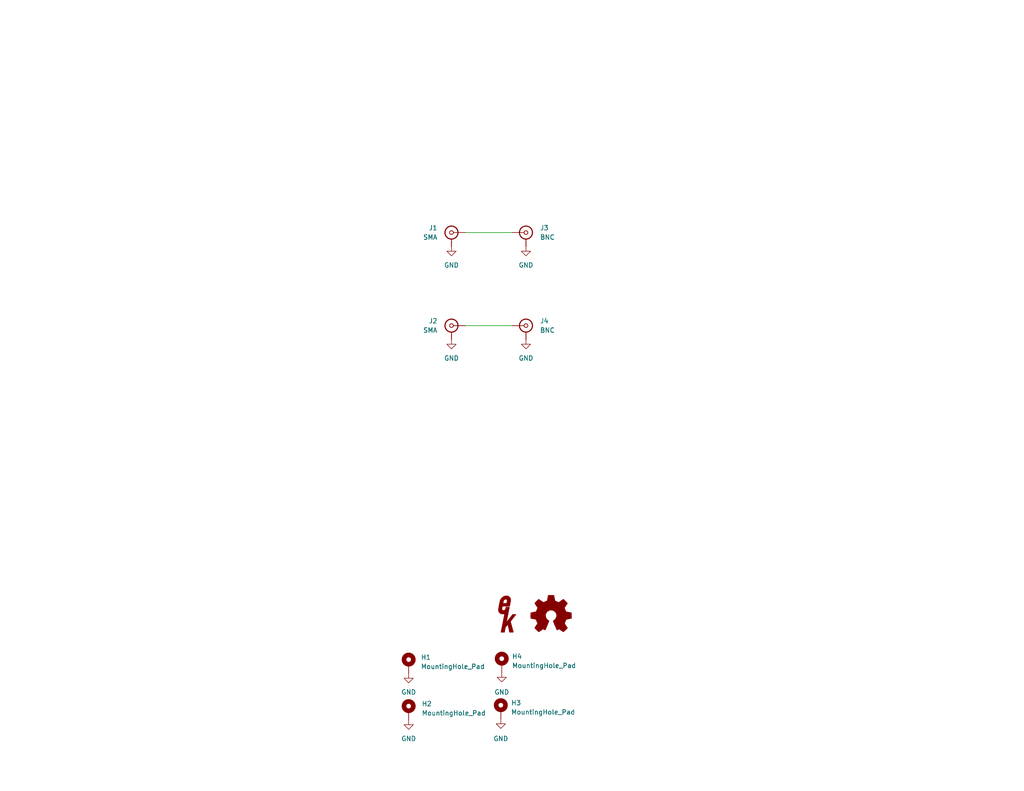
<source format=kicad_sch>
(kicad_sch (version 20230121) (generator eeschema)
  (paper "USLetter")
  (title_block (title "Project Yamhill BNC Antenna Board") (date "2023-12-20") (rev "A") (company "Etherkit"))
  (lib_symbols
    (symbol "EtherkitKicadLibrary:BNC" (pin_numbers hide) (pin_names (offset 1.016) hide)
      (property "Reference" "J" (at 0 4.572 0))
      (property "Value" "BNC" (at 0 2.794 0))
      (symbol "BNC_0_1"
        (circle (center 0 0) (radius 0.508) (stroke (width 0.2032)))
        (circle (center 0 0) (radius 1.778) (stroke (width 0.3048)))
      )
      (symbol "BNC_1_1"
        (pin passive line (at -3.81 0 0) (length 3.302) (name "In") (number "1"))
        (pin passive line (at 0 -3.81 90) (length 1.905) (name "Ext") (number "2"))
      )
    )
    (symbol "EtherkitKicadLibrary:LOGO" (pin_names (offset 1.016))
      (symbol "LOGO_0_0"
        (polyline (pts (xy -0.7475 -4.875) (xy -0.7392 -4.83) (xy -0.7178 -4.7189) (xy -0.6879 -4.5659) (xy -0.6523 -4.3851) (xy -0.6135 -4.1903) (xy -0.5018 -3.6307) (xy -0.197 -3.2903) (xy -0.1646 -3.2542) (xy -0.0551 -3.1338) (xy 0.0366 -3.0352) (xy 0.1017 -2.9677) (xy 0.1315 -2.9408) (xy 0.1365 -2.9489) (xy 0.155 -3.0102) (xy 0.1838 -3.125) (xy 0.2211 -3.2856) (xy 0.2651 -3.4844) (xy 0.3142 -3.7137) (xy 0.3664 -3.9658) (xy 0.5778 -5) (xy 1.1222 -5) (xy 1.2378 -4.9996) (xy 1.4316 -4.9961) (xy 1.5649 -4.989) (xy 1.6419 -4.9777) (xy 1.6666 -4.9622) (xy 1.663 -4.9437) (xy 1.6438 -4.8666) (xy 1.6098 -4.7364) (xy 1.5628 -4.5598) (xy 1.5046 -4.3435) (xy 1.437 -4.0944) (xy 1.3618 -3.8192) (xy 1.2809 -3.5246) (xy 1.2287 -3.3348) (xy 1.1509 -3.0506) (xy 1.0799 -2.7894) (xy 1.0175 -2.5581) (xy 0.9656 -2.3637) (xy 0.926 -2.2129) (xy 0.9005 -2.1127) (xy 0.891 -2.0698) (xy 0.9054 -2.0396) (xy 0.9573 -1.9618) (xy 1.0423 -1.844) (xy 1.1559 -1.6925) (xy 1.2932 -1.5137) (xy 1.4495 -1.3137) (xy 1.6201 -1.099) (xy 1.7685 -0.9135) (xy 1.9293 -0.7119) (xy 2.0731 -0.5312) (xy 2.1948 -0.3776) (xy 2.2896 -0.2573) (xy 2.3525 -0.1766) (xy 2.3786 -0.1416) (xy 2.3787 -0.1415) (xy 2.3748 -0.1247) (xy 2.3346 -0.1129) (xy 2.2506 -0.1052) (xy 2.1151 -0.1012) (xy 1.9205 -0.1) (xy 1.4372 -0.1) (xy 0.6284 -1.132) (xy 0.5759 -1.1989) (xy 0.4011 -1.4209) (xy 0.2406 -1.6235) (xy 0.0987 -1.8012) (xy -0.02 -1.9484) (xy -0.1111 -2.0596) (xy -0.1701 -2.1292) (xy -0.1926 -2.1518) (xy -0.1923 -2.147) (xy -0.1832 -2.0918) (xy -0.1629 -1.9807) (xy -0.1327 -1.8203) (xy -0.0939 -1.6176) (xy -0.048 -1.3794) (xy 0.0038 -1.1127) (xy 0.0601 -0.8241) (xy 0.1194 -0.5207) (xy 0.1806 -0.2092) (xy 0.2422 0.1034) (xy 0.303 0.4104) (xy 0.3614 0.7049) (xy 0.4163 0.98) (xy 0.4662 1.2289) (xy 0.5098 1.4447) (xy 0.5457 1.6206) (xy 0.5727 1.7496) (xy 0.5893 1.825) (xy 0.6072 1.9) (xy 0.1073 1.9) (xy -0.3925 1.9) (xy -0.4342 1.675) (xy -0.499 1.4316) (xy -0.6002 1.2291) (xy -0.7342 1.0838) (xy -0.9006 0.9961) (xy -1.0987 0.9667) (xy -1.1609 0.974) (xy -1.2874 1.0299) (xy -1.3917 1.1269) (xy -1.4526 1.2482) (xy -1.4564 1.2857) (xy -1.4504 1.3934) (xy -1.4298 1.5453) (xy -1.3961 1.7283) (xy -1.3167 2.1167) (xy -0.3327 2.1255) (xy 0.6514 2.1344) (xy 0.7958 2.8849) (xy 0.8025 2.9198) (xy 0.8589 3.2262) (xy 0.8991 3.4782) (xy 0.9233 3.6852) (xy 0.9317 3.8567) (xy 0.9241 4.0019) (xy 0.9007 4.1304) (xy 0.8616 4.2514) (xy 0.8069 4.3744) (xy 0.7638 4.4545) (xy 0.6047 4.6644) (xy 0.4032 4.823) (xy 0.1589 4.9308) (xy -0.1287 4.9878) (xy -0.1579 4.9905) (xy -0.4377 4.9806) (xy -0.7232 4.9128) (xy -1.0046 4.7932) (xy -1.272 4.6277) (xy -1.5155 4.4223) (xy -1.7252 4.183) (xy -1.8913 3.9159) (xy -1.9165 3.8634) (xy -1.9482 3.787) (xy -1.9792 3.6966) (xy -2.0114 3.5851) (xy -2.0466 3.4449) (xy -2.0866 3.2687) (xy -2.1333 3.049) (xy -2.1498 2.968) (xy -1.1571 2.968) (xy -1.1549 2.9908) (xy -1.1525 2.9998) (xy -1.1352 3.0719) (xy -1.1099 3.1842) (xy -1.0812 3.3167) (xy -1.0754 3.3437) (xy -1.0195 3.5554) (xy -0.9547 3.7135) (xy -0.875 3.8295) (xy -0.7744 3.9152) (xy -0.6845 3.9662) (xy -0.5192 4.019) (xy -0.3652 4.0182) (xy -0.2331 3.9646) (xy -0.1335 3.8592) (xy -0.1289 3.8513) (xy -0.0862 3.7421) (xy -0.0719 3.6042) (xy -0.086 3.427) (xy -0.1282 3.2) (xy -0.1834 2.95) (xy -0.6776 2.9408) (xy -0.721 2.94) (xy -0.8996 2.9375) (xy -1.023 2.938) (xy -1.1007 2.9426) (xy -1.1422 2.9523) (xy -1.1571 2.968) (xy -2.1498 2.968) (xy -2.1885 2.7786) (xy -2.254 2.45) (xy -2.2784 2.3256) (xy -2.3436 1.9784) (xy -2.393 1.6859) (xy -2.4271 1.4409) (xy -2.4464 1.2359) (xy -2.4514 1.0636) (xy -2.4429 0.9165) (xy -2.4212 0.7874) (xy -2.3869 0.6687) (xy -2.3194 0.5275) (xy -2.1842 0.3503) (xy -2.0088 0.1938) (xy -1.8079 0.073) (xy -1.7593 0.0508) (xy -1.6803 0.0201) (xy -1.6007 0.0004) (xy -1.504 -0.0106) (xy -1.3737 -0.0155) (xy -1.1932 -0.0166) (xy -1.0296 -0.017) (xy -0.908 -0.0195) (xy -0.8331 -0.0256) (xy -0.7946 -0.0372) (xy -0.7822 -0.0558) (xy -0.7855 -0.0833) (xy -0.7943 -0.1252) (xy -0.8147 -0.2255) (xy -0.8455 -0.3779) (xy -0.8854 -0.5764) (xy -0.9333 -0.8146) (xy -0.9878 -1.0864) (xy -1.0478 -1.3857) (xy -1.112 -1.7062) (xy -1.1792 -2.0418) (xy -1.2481 -2.3862) (xy -1.3175 -2.7333) (xy -1.3861 -3.0769) (xy -1.4528 -3.4108) (xy -1.5163 -3.7289) (xy -1.5753 -4.0248) (xy -1.6286 -4.2926) (xy -1.675 -4.5259) (xy -1.7133 -4.7185) (xy -1.7422 -4.8644) (xy -1.7604 -4.9573) (xy -1.7667 -4.991) (xy -1.7588 -4.9926) (xy -1.6988 -4.9955) (xy -1.5893 -4.9978) (xy -1.442 -4.9994) (xy -1.2682 -5) (xy -0.7697 -5) (xy -0.7475 -4.875)) (stroke (width 0.01)) (fill (type outline)))
      )
    )
    (symbol "Graphic:Logo_Open_Hardware_Small" (in_bom no) (on_board no)
      (symbol "Logo_Open_Hardware_Small_0_1"
        (polyline (pts (xy 3.3528 -4.3434) (xy 3.302 -4.318) (xy 3.175 -4.2418) (xy 2.9972 -4.1148) (xy 2.7686 -3.9624) (xy 2.54 -3.81) (xy 2.3622 -3.7084) (xy 2.2352 -3.6068) (xy 2.1844 -3.5814) (xy 2.159 -3.6068) (xy 2.0574 -3.6576) (xy 1.905 -3.7338) (xy 1.8034 -3.7846) (xy 1.6764 -3.8354) (xy 1.6002 -3.8354) (xy 1.6002 -3.8354) (xy 1.5494 -3.7338) (xy 1.4732 -3.5306) (xy 1.3462 -3.302) (xy 1.2446 -3.0226) (xy 1.1176 -2.7178) (xy 0.9652 -2.413) (xy 0.8636 -2.1082) (xy 0.7366 -1.8288) (xy 0.6604 -1.6256) (xy 0.6096 -1.4732) (xy 0.5842 -1.397) (xy 0.5842 -1.397) (xy 0.6604 -1.3208) (xy 0.7874 -1.2446) (xy 1.0414 -1.016) (xy 1.2954 -0.6858) (xy 1.4478 -0.3302) (xy 1.524 0.0762) (xy 1.4732 0.4572) (xy 1.3208 0.8128) (xy 1.0668 1.143) (xy 0.762 1.3716) (xy 0.4064 1.524) (xy 0 1.5748) (xy -0.381 1.5494) (xy -0.7366 1.397) (xy -1.0668 1.143) (xy -1.2192 0.9906) (xy -1.397 0.6604) (xy -1.524 0.3048) (xy -1.524 0.2286) (xy -1.4986 -0.1778) (xy -1.397 -0.5334) (xy -1.1938 -0.8636) (xy -0.9144 -1.143) (xy -0.8636 -1.1684) (xy -0.7366 -1.27) (xy -0.635 -1.3462) (xy -0.5842 -1.397) (xy -1.0668 -2.5908) (xy -1.143 -2.794) (xy -1.2954 -3.1242) (xy -1.397 -3.4036) (xy -1.4986 -3.6322) (xy -1.5748 -3.7846) (xy -1.6002 -3.8354) (xy -1.6002 -3.8354) (xy -1.651 -3.8354) (xy -1.7272 -3.81) (xy -1.905 -3.7338) (xy -2.0066 -3.683) (xy -2.1336 -3.6068) (xy -2.2098 -3.5814) (xy -2.2606 -3.6068) (xy -2.3622 -3.683) (xy -2.54 -3.81) (xy -2.7686 -3.9624) (xy -2.9718 -4.0894) (xy -3.1496 -4.2164) (xy -3.302 -4.318) (xy -3.3528 -4.3434) (xy -3.3782 -4.3434) (xy -3.429 -4.318) (xy -3.5306 -4.2164) (xy -3.7084 -4.064) (xy -3.937 -3.8354) (xy -3.9624 -3.81) (xy -4.1656 -3.6068) (xy -4.318 -3.4544) (xy -4.4196 -3.3274) (xy -4.445 -3.2766) (xy -4.445 -3.2766) (xy -4.4196 -3.2258) (xy -4.318 -3.0734) (xy -4.2164 -2.8956) (xy -4.064 -2.667) (xy -3.6576 -2.0828) (xy -3.8862 -1.5494) (xy -3.937 -1.3716) (xy -4.0386 -1.1684) (xy -4.0894 -1.0414) (xy -4.1148 -0.9652) (xy -4.191 -0.9398) (xy -4.318 -0.9144) (xy -4.5466 -0.8636) (xy -4.8006 -0.8128) (xy -5.0546 -0.7874) (xy -5.2578 -0.7366) (xy -5.4356 -0.7112) (xy -5.5118 -0.6858) (xy -5.5118 -0.6858) (xy -5.5372 -0.635) (xy -5.5372 -0.5588) (xy -5.5372 -0.4318) (xy -5.5626 -0.2286) (xy -5.5626 0.0762) (xy -5.5626 0.127) (xy -5.5372 0.4064) (xy -5.5372 0.635) (xy -5.5372 0.762) (xy -5.5372 0.8382) (xy -5.5372 0.8382) (xy -5.461 0.8382) (xy -5.3086 0.889) (xy -5.08 0.9144) (xy -4.826 0.9652) (xy -4.8006 0.9906) (xy -4.5466 1.0414) (xy -4.318 1.0668) (xy -4.1656 1.1176) (xy -4.0894 1.143) (xy -4.0894 1.143) (xy -4.0386 1.2446) (xy -3.9624 1.4224) (xy -3.8608 1.6256) (xy -3.7846 1.8288) (xy -3.7084 2.0066) (xy -3.6576 2.159) (xy -3.6322 2.2098) (xy -3.6322 2.2098) (xy -3.683 2.286) (xy -3.7592 2.413) (xy -3.8862 2.5908) (xy -4.064 2.8194) (xy -4.064 2.8448) (xy -4.2164 3.0734) (xy -4.3434 3.2512) (xy -4.4196 3.3782) (xy -4.445 3.4544) (xy -4.445 3.4544) (xy -4.3942 3.5052) (xy -4.2926 3.6322) (xy -4.1148 3.81) (xy -3.937 4.0132) (xy -3.8608 4.064) (xy -3.6576 4.2926) (xy -3.5052 4.4196) (xy -3.4036 4.4958) (xy -3.3528 4.5212) (xy -3.3528 4.5212) (xy -3.302 4.4704) (xy -3.1496 4.3688) (xy -2.9718 4.2418) (xy -2.7432 4.0894) (xy -2.7178 4.0894) (xy -2.4892 3.937) (xy -2.3114 3.81) (xy -2.1844 3.7084) (xy -2.1336 3.683) (xy -2.1082 3.683) (xy -2.032 3.7084) (xy -1.8542 3.7592) (xy -1.6764 3.8354) (xy -1.4732 3.937) (xy -1.27 4.0132) (xy -1.143 4.064) (xy -1.0668 4.1148) (xy -1.0668 4.1148) (xy -1.0414 4.191) (xy -1.016 4.3434) (xy -0.9652 4.572) (xy -0.9144 4.8514) (xy -0.889 4.9022) (xy -0.8382 5.1562) (xy -0.8128 5.3848) (xy -0.7874 5.5372) (xy -0.762 5.588) (xy -0.7112 5.6134) (xy -0.5842 5.6134) (xy -0.4064 5.6134) (xy -0.1524 5.6134) (xy 0.0762 5.6134) (xy 0.3302 5.6134) (xy 0.5334 5.6134) (xy 0.6858 5.588) (xy 0.7366 5.588) (xy 0.7366 5.588) (xy 0.762 5.5118) (xy 0.8128 5.334) (xy 0.8382 5.1054) (xy 0.9144 4.826) (xy 0.9144 4.7752) (xy 0.9652 4.5212) (xy 1.016 4.2926) (xy 1.0414 4.1402) (xy 1.0668 4.0894) (xy 1.0668 4.0894) (xy 1.1938 4.0386) (xy 1.3716 3.9624) (xy 1.5748 3.8608) (xy 2.0828 3.6576) (xy 2.7178 4.0894) (xy 2.7686 4.1402) (xy 2.9972 4.2926) (xy 3.175 4.4196) (xy 3.302 4.4958) (xy 3.3782 4.5212) (xy 3.3782 4.5212) (xy 3.429 4.4704) (xy 3.556 4.3434) (xy 3.7338 4.191) (xy 3.9116 3.9878) (xy 4.064 3.8354) (xy 4.2418 3.6576) (xy 4.3434 3.556) (xy 4.4196 3.4798) (xy 4.4196 3.429) (xy 4.4196 3.4036) (xy 4.3942 3.3274) (xy 4.2926 3.2004) (xy 4.1656 2.9972) (xy 4.0132 2.794) (xy 3.8862 2.5908) (xy 3.7592 2.3876) (xy 3.6576 2.2352) (xy 3.6322 2.159) (xy 3.6322 2.1336) (xy 3.683 2.0066) (xy 3.7592 1.8288) (xy 3.8608 1.6002) (xy 4.064 1.1176) (xy 4.3942 1.0414) (xy 4.5974 1.016) (xy 4.8768 0.9652) (xy 5.1308 0.9144) (xy 5.5372 0.8382) (xy 5.5626 -0.6604) (xy 5.4864 -0.6858) (xy 5.4356 -0.6858) (xy 5.2832 -0.7366) (xy 5.0546 -0.762) (xy 4.8006 -0.8128) (xy 4.5974 -0.8636) (xy 4.3688 -0.9144) (xy 4.2164 -0.9398) (xy 4.1402 -0.9398) (xy 4.1148 -0.9652) (xy 4.064 -1.0668) (xy 3.9878 -1.2446) (xy 3.9116 -1.4478) (xy 3.81 -1.651) (xy 3.7338 -1.8542) (xy 3.683 -2.0066) (xy 3.6576 -2.0828) (xy 3.683 -2.1336) (xy 3.7846 -2.2606) (xy 3.8862 -2.4638) (xy 4.0386 -2.667) (xy 4.191 -2.8956) (xy 4.318 -3.0734) (xy 4.3942 -3.2004) (xy 4.445 -3.2766) (xy 4.4196 -3.3274) (xy 4.3434 -3.429) (xy 4.1656 -3.5814) (xy 3.937 -3.8354) (xy 3.8862 -3.8608) (xy 3.683 -4.064) (xy 3.5306 -4.2164) (xy 3.4036 -4.318) (xy 3.3528 -4.3434)) (fill (type outline)))
      )
    )
    (symbol "Mechanical:MountingHole_Pad" (pin_numbers hide) (pin_names (offset 1.016) hide)
      (property "Reference" "H" (at 0 6.35 0))
      (property "Value" "MountingHole_Pad" (at 0 4.445 0))
      (symbol "MountingHole_Pad_0_1"
        (circle (center 0 1.27) (radius 1.27) (stroke (width 1.27)))
      )
      (symbol "MountingHole_Pad_1_1"
        (pin input line (at 0 -2.54 90) (length 2.54) (name "1") (number "1"))
      )
    )
    (symbol "power:GND" (power) (pin_names (offset 0))
      (property "Value" "GND" (at 0 -3.81 0))
      (symbol "GND_0_1"
        (polyline (pts (xy 0 0) (xy 0 -1.27) (xy 1.27 -1.27) (xy 0 -2.54) (xy -1.27 -1.27) (xy 0 -1.27)))
      )
      (symbol "GND_1_1"
        (pin power_in line (at 0 0 270) (length 0) hide (name "GND") (number "1"))
      )
    )
  )
  (wire (pts (xy 127 63.5) (xy 139.7 63.5)))
  (wire (pts (xy 127 88.9) (xy 139.7 88.9)))
  (symbol (lib_id "power:GND") (at 136.652 196.342 0) (unit 1)
    (property "Reference" "#PWR05" (effects hide))
    (property "Value" "GND" (at 136.652 201.676 0))
  )
  (symbol (lib_id "power:GND") (at 111.506 196.596 0) (unit 1)
    (property "Reference" "#PWR02" (effects hide))
    (property "Value" "GND" (at 111.506 201.676 0))
  )
  (symbol (lib_id "power:GND") (at 123.19 92.71 0) (unit 1)
    (property "Reference" "#PWR04" (effects hide))
    (property "Value" "GND" (at 123.19 97.79 0))
  )
  (symbol (lib_id "Graphic:Logo_Open_Hardware_Small") (at 150.368 168.148 0) (unit 1) (in_bom no) (on_board no)
    (property "Reference" "#SYM1" (effects hide))
    (property "Value" "Logo_Open_Hardware_Small" (effects hide))
    (property "Footprint" "EtherkitKicadLibrary:OSHWLogo4mm" (effects hide))
    (property "Sim.Enable" "0" (effects hide))
  )
  (symbol (lib_id "EtherkitKicadLibrary:BNC") (at 143.51 88.9 0) (unit 1)
    (property "Reference" "J4" (at 147.32 87.63 0) (effects (justify left)))
    (property "Value" "BNC" (at 147.32 90.17 0) (effects (justify left)))
    (property "Footprint" "EtherkitKicadLibrary:Molex_0731713150" (effects hide))
  )
  (symbol (lib_id "power:GND") (at 111.506 183.896 0) (unit 1)
    (property "Reference" "#PWR01" (effects hide))
    (property "Value" "GND" (at 111.506 188.976 0))
  )
  (symbol (lib_id "EtherkitKicadLibrary:BNC") (at 143.51 63.5 0) (unit 1)
    (property "Reference" "J3" (at 147.32 62.23 0) (effects (justify left)))
    (property "Value" "BNC" (at 147.32 64.77 0) (effects (justify left)))
    (property "Footprint" "EtherkitKicadLibrary:Molex_0731713150" (effects hide))
  )
  (symbol (lib_id "power:GND") (at 143.51 92.71 0) (unit 1)
    (property "Reference" "#PWR08" (effects hide))
    (property "Value" "GND" (at 143.51 97.79 0))
  )
  (symbol (lib_id "Mechanical:MountingHole_Pad") (at 111.506 181.356 0) (unit 1)
    (property "Reference" "H1" (at 114.808 179.451 0) (effects (justify left)))
    (property "Value" "MountingHole_Pad" (at 114.808 181.991 0) (effects (justify left)))
    (property "Footprint" "MountingHole:MountingHole_3.2mm_M3_Pad_Via" (effects hide))
  )
  (symbol (lib_id "EtherkitKicadLibrary:LOGO") (at 138.43 167.64 0) (unit 1)
    (property "Reference" "#G1" (effects hide))
    (property "Value" "LOGO" (effects hide))
    (property "Footprint" "EtherkitKicadLibrary:EtherkitLogoSmall" (effects hide))
  )
  (symbol (lib_id "EtherkitKicadLibrary:BNC") (at 123.19 88.9 0) (mirror y) (unit 1)
    (property "Reference" "J2" (at 119.38 87.63 0) (effects (justify left)))
    (property "Value" "SMA" (at 119.38 90.17 0) (effects (justify left)))
    (property "Footprint" "EtherkitKicadLibrary:SMA_Jack_Vertical" (effects hide))
  )
  (symbol (lib_id "power:GND") (at 143.51 67.31 0) (unit 1)
    (property "Reference" "#PWR07" (effects hide))
    (property "Value" "GND" (at 143.51 72.39 0))
  )
  (symbol (lib_id "Mechanical:MountingHole_Pad") (at 111.506 194.056 0) (unit 1)
    (property "Reference" "H2" (at 115.062 192.151 0) (effects (justify left)))
    (property "Value" "MountingHole_Pad" (at 115.062 194.691 0) (effects (justify left)))
    (property "Footprint" "MountingHole:MountingHole_3.2mm_M3_Pad_Via" (effects hide))
  )
  (symbol (lib_id "power:GND") (at 136.906 183.642 0) (unit 1)
    (property "Reference" "#PWR06" (effects hide))
    (property "Value" "GND" (at 136.906 188.976 0))
  )
  (symbol (lib_id "Mechanical:MountingHole_Pad") (at 136.652 193.802 0) (unit 1)
    (property "Reference" "H3" (at 139.446 191.897 0) (effects (justify left)))
    (property "Value" "MountingHole_Pad" (at 139.446 194.437 0) (effects (justify left)))
    (property "Footprint" "MountingHole:MountingHole_3.2mm_M3_Pad_Via" (effects hide))
  )
  (symbol (lib_id "EtherkitKicadLibrary:BNC") (at 123.19 63.5 0) (mirror y) (unit 1)
    (property "Reference" "J1" (at 119.38 62.23 0) (effects (justify left)))
    (property "Value" "SMA" (at 119.38 64.77 0) (effects (justify left)))
    (property "Footprint" "EtherkitKicadLibrary:SMA_Jack_Vertical" (effects hide))
  )
  (symbol (lib_id "power:GND") (at 123.19 67.31 0) (unit 1)
    (property "Reference" "#PWR03" (effects hide))
    (property "Value" "GND" (at 123.19 72.39 0))
  )
  (symbol (lib_id "Mechanical:MountingHole_Pad") (at 136.906 181.102 0) (unit 1)
    (property "Reference" "H4" (at 139.7 179.197 0) (effects (justify left)))
    (property "Value" "MountingHole_Pad" (at 139.7 181.737 0) (effects (justify left)))
    (property "Footprint" "MountingHole:MountingHole_3.2mm_M3_Pad_Via" (effects hide))
  )
)
</source>
